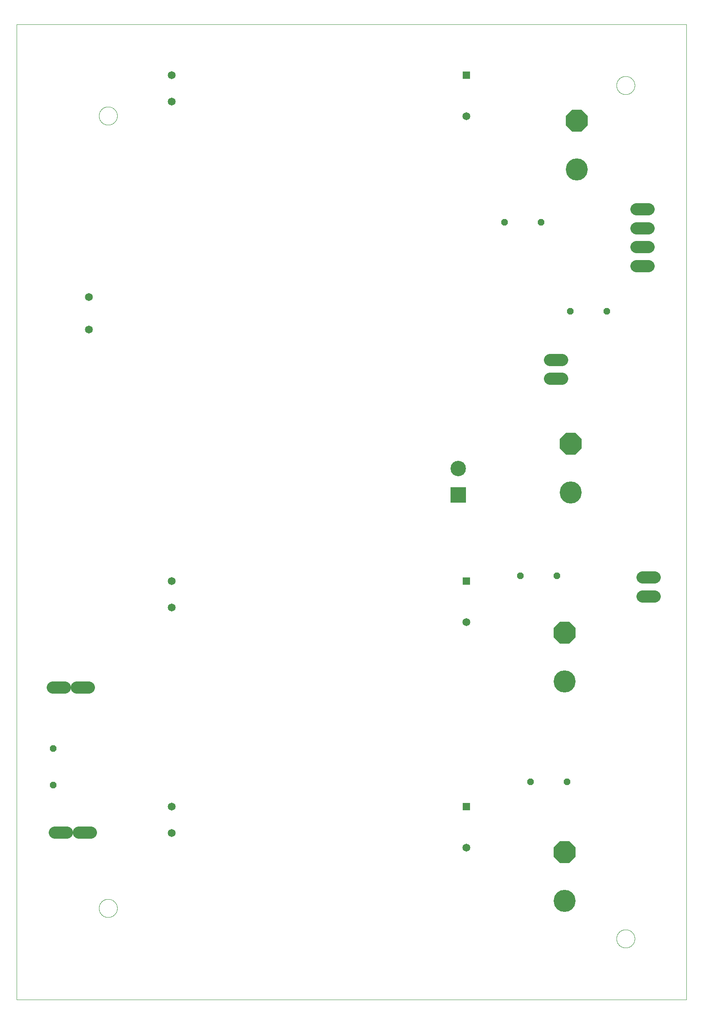
<source format=gtl>
G75*
%MOIN*%
%OFA0B0*%
%FSLAX25Y25*%
%IPPOS*%
%LPD*%
%AMOC8*
5,1,8,0,0,1.08239X$1,22.5*
%
%ADD10C,0.00000*%
%ADD11C,0.18100*%
%ADD12OC8,0.18100*%
%ADD13C,0.10000*%
%ADD14OC8,0.05200*%
%ADD15R,0.06496X0.06496*%
%ADD16C,0.06496*%
%ADD17R,0.12661X0.12661*%
%ADD18C,0.12661*%
%ADD19OC8,0.05600*%
%ADD20C,0.10039*%
D10*
X0008371Y0002800D02*
X0558371Y0002800D01*
X0558371Y0802800D01*
X0008371Y0802800D01*
X0008371Y0002800D01*
X0075896Y0077800D02*
X0075898Y0077983D01*
X0075905Y0078167D01*
X0075916Y0078350D01*
X0075932Y0078533D01*
X0075952Y0078715D01*
X0075977Y0078897D01*
X0076006Y0079078D01*
X0076040Y0079258D01*
X0076078Y0079438D01*
X0076120Y0079616D01*
X0076167Y0079794D01*
X0076218Y0079970D01*
X0076273Y0080145D01*
X0076333Y0080318D01*
X0076397Y0080490D01*
X0076465Y0080661D01*
X0076537Y0080829D01*
X0076614Y0080996D01*
X0076694Y0081161D01*
X0076779Y0081324D01*
X0076867Y0081484D01*
X0076959Y0081643D01*
X0077056Y0081799D01*
X0077156Y0081953D01*
X0077260Y0082104D01*
X0077367Y0082253D01*
X0077478Y0082399D01*
X0077593Y0082542D01*
X0077711Y0082682D01*
X0077832Y0082820D01*
X0077957Y0082954D01*
X0078085Y0083086D01*
X0078217Y0083214D01*
X0078351Y0083339D01*
X0078489Y0083460D01*
X0078629Y0083578D01*
X0078772Y0083693D01*
X0078918Y0083804D01*
X0079067Y0083911D01*
X0079218Y0084015D01*
X0079372Y0084115D01*
X0079528Y0084212D01*
X0079687Y0084304D01*
X0079847Y0084392D01*
X0080010Y0084477D01*
X0080175Y0084557D01*
X0080342Y0084634D01*
X0080510Y0084706D01*
X0080681Y0084774D01*
X0080853Y0084838D01*
X0081026Y0084898D01*
X0081201Y0084953D01*
X0081377Y0085004D01*
X0081555Y0085051D01*
X0081733Y0085093D01*
X0081913Y0085131D01*
X0082093Y0085165D01*
X0082274Y0085194D01*
X0082456Y0085219D01*
X0082638Y0085239D01*
X0082821Y0085255D01*
X0083004Y0085266D01*
X0083188Y0085273D01*
X0083371Y0085275D01*
X0083554Y0085273D01*
X0083738Y0085266D01*
X0083921Y0085255D01*
X0084104Y0085239D01*
X0084286Y0085219D01*
X0084468Y0085194D01*
X0084649Y0085165D01*
X0084829Y0085131D01*
X0085009Y0085093D01*
X0085187Y0085051D01*
X0085365Y0085004D01*
X0085541Y0084953D01*
X0085716Y0084898D01*
X0085889Y0084838D01*
X0086061Y0084774D01*
X0086232Y0084706D01*
X0086400Y0084634D01*
X0086567Y0084557D01*
X0086732Y0084477D01*
X0086895Y0084392D01*
X0087055Y0084304D01*
X0087214Y0084212D01*
X0087370Y0084115D01*
X0087524Y0084015D01*
X0087675Y0083911D01*
X0087824Y0083804D01*
X0087970Y0083693D01*
X0088113Y0083578D01*
X0088253Y0083460D01*
X0088391Y0083339D01*
X0088525Y0083214D01*
X0088657Y0083086D01*
X0088785Y0082954D01*
X0088910Y0082820D01*
X0089031Y0082682D01*
X0089149Y0082542D01*
X0089264Y0082399D01*
X0089375Y0082253D01*
X0089482Y0082104D01*
X0089586Y0081953D01*
X0089686Y0081799D01*
X0089783Y0081643D01*
X0089875Y0081484D01*
X0089963Y0081324D01*
X0090048Y0081161D01*
X0090128Y0080996D01*
X0090205Y0080829D01*
X0090277Y0080661D01*
X0090345Y0080490D01*
X0090409Y0080318D01*
X0090469Y0080145D01*
X0090524Y0079970D01*
X0090575Y0079794D01*
X0090622Y0079616D01*
X0090664Y0079438D01*
X0090702Y0079258D01*
X0090736Y0079078D01*
X0090765Y0078897D01*
X0090790Y0078715D01*
X0090810Y0078533D01*
X0090826Y0078350D01*
X0090837Y0078167D01*
X0090844Y0077983D01*
X0090846Y0077800D01*
X0090844Y0077617D01*
X0090837Y0077433D01*
X0090826Y0077250D01*
X0090810Y0077067D01*
X0090790Y0076885D01*
X0090765Y0076703D01*
X0090736Y0076522D01*
X0090702Y0076342D01*
X0090664Y0076162D01*
X0090622Y0075984D01*
X0090575Y0075806D01*
X0090524Y0075630D01*
X0090469Y0075455D01*
X0090409Y0075282D01*
X0090345Y0075110D01*
X0090277Y0074939D01*
X0090205Y0074771D01*
X0090128Y0074604D01*
X0090048Y0074439D01*
X0089963Y0074276D01*
X0089875Y0074116D01*
X0089783Y0073957D01*
X0089686Y0073801D01*
X0089586Y0073647D01*
X0089482Y0073496D01*
X0089375Y0073347D01*
X0089264Y0073201D01*
X0089149Y0073058D01*
X0089031Y0072918D01*
X0088910Y0072780D01*
X0088785Y0072646D01*
X0088657Y0072514D01*
X0088525Y0072386D01*
X0088391Y0072261D01*
X0088253Y0072140D01*
X0088113Y0072022D01*
X0087970Y0071907D01*
X0087824Y0071796D01*
X0087675Y0071689D01*
X0087524Y0071585D01*
X0087370Y0071485D01*
X0087214Y0071388D01*
X0087055Y0071296D01*
X0086895Y0071208D01*
X0086732Y0071123D01*
X0086567Y0071043D01*
X0086400Y0070966D01*
X0086232Y0070894D01*
X0086061Y0070826D01*
X0085889Y0070762D01*
X0085716Y0070702D01*
X0085541Y0070647D01*
X0085365Y0070596D01*
X0085187Y0070549D01*
X0085009Y0070507D01*
X0084829Y0070469D01*
X0084649Y0070435D01*
X0084468Y0070406D01*
X0084286Y0070381D01*
X0084104Y0070361D01*
X0083921Y0070345D01*
X0083738Y0070334D01*
X0083554Y0070327D01*
X0083371Y0070325D01*
X0083188Y0070327D01*
X0083004Y0070334D01*
X0082821Y0070345D01*
X0082638Y0070361D01*
X0082456Y0070381D01*
X0082274Y0070406D01*
X0082093Y0070435D01*
X0081913Y0070469D01*
X0081733Y0070507D01*
X0081555Y0070549D01*
X0081377Y0070596D01*
X0081201Y0070647D01*
X0081026Y0070702D01*
X0080853Y0070762D01*
X0080681Y0070826D01*
X0080510Y0070894D01*
X0080342Y0070966D01*
X0080175Y0071043D01*
X0080010Y0071123D01*
X0079847Y0071208D01*
X0079687Y0071296D01*
X0079528Y0071388D01*
X0079372Y0071485D01*
X0079218Y0071585D01*
X0079067Y0071689D01*
X0078918Y0071796D01*
X0078772Y0071907D01*
X0078629Y0072022D01*
X0078489Y0072140D01*
X0078351Y0072261D01*
X0078217Y0072386D01*
X0078085Y0072514D01*
X0077957Y0072646D01*
X0077832Y0072780D01*
X0077711Y0072918D01*
X0077593Y0073058D01*
X0077478Y0073201D01*
X0077367Y0073347D01*
X0077260Y0073496D01*
X0077156Y0073647D01*
X0077056Y0073801D01*
X0076959Y0073957D01*
X0076867Y0074116D01*
X0076779Y0074276D01*
X0076694Y0074439D01*
X0076614Y0074604D01*
X0076537Y0074771D01*
X0076465Y0074939D01*
X0076397Y0075110D01*
X0076333Y0075282D01*
X0076273Y0075455D01*
X0076218Y0075630D01*
X0076167Y0075806D01*
X0076120Y0075984D01*
X0076078Y0076162D01*
X0076040Y0076342D01*
X0076006Y0076522D01*
X0075977Y0076703D01*
X0075952Y0076885D01*
X0075932Y0077067D01*
X0075916Y0077250D01*
X0075905Y0077433D01*
X0075898Y0077617D01*
X0075896Y0077800D01*
X0500896Y0052800D02*
X0500898Y0052983D01*
X0500905Y0053167D01*
X0500916Y0053350D01*
X0500932Y0053533D01*
X0500952Y0053715D01*
X0500977Y0053897D01*
X0501006Y0054078D01*
X0501040Y0054258D01*
X0501078Y0054438D01*
X0501120Y0054616D01*
X0501167Y0054794D01*
X0501218Y0054970D01*
X0501273Y0055145D01*
X0501333Y0055318D01*
X0501397Y0055490D01*
X0501465Y0055661D01*
X0501537Y0055829D01*
X0501614Y0055996D01*
X0501694Y0056161D01*
X0501779Y0056324D01*
X0501867Y0056484D01*
X0501959Y0056643D01*
X0502056Y0056799D01*
X0502156Y0056953D01*
X0502260Y0057104D01*
X0502367Y0057253D01*
X0502478Y0057399D01*
X0502593Y0057542D01*
X0502711Y0057682D01*
X0502832Y0057820D01*
X0502957Y0057954D01*
X0503085Y0058086D01*
X0503217Y0058214D01*
X0503351Y0058339D01*
X0503489Y0058460D01*
X0503629Y0058578D01*
X0503772Y0058693D01*
X0503918Y0058804D01*
X0504067Y0058911D01*
X0504218Y0059015D01*
X0504372Y0059115D01*
X0504528Y0059212D01*
X0504687Y0059304D01*
X0504847Y0059392D01*
X0505010Y0059477D01*
X0505175Y0059557D01*
X0505342Y0059634D01*
X0505510Y0059706D01*
X0505681Y0059774D01*
X0505853Y0059838D01*
X0506026Y0059898D01*
X0506201Y0059953D01*
X0506377Y0060004D01*
X0506555Y0060051D01*
X0506733Y0060093D01*
X0506913Y0060131D01*
X0507093Y0060165D01*
X0507274Y0060194D01*
X0507456Y0060219D01*
X0507638Y0060239D01*
X0507821Y0060255D01*
X0508004Y0060266D01*
X0508188Y0060273D01*
X0508371Y0060275D01*
X0508554Y0060273D01*
X0508738Y0060266D01*
X0508921Y0060255D01*
X0509104Y0060239D01*
X0509286Y0060219D01*
X0509468Y0060194D01*
X0509649Y0060165D01*
X0509829Y0060131D01*
X0510009Y0060093D01*
X0510187Y0060051D01*
X0510365Y0060004D01*
X0510541Y0059953D01*
X0510716Y0059898D01*
X0510889Y0059838D01*
X0511061Y0059774D01*
X0511232Y0059706D01*
X0511400Y0059634D01*
X0511567Y0059557D01*
X0511732Y0059477D01*
X0511895Y0059392D01*
X0512055Y0059304D01*
X0512214Y0059212D01*
X0512370Y0059115D01*
X0512524Y0059015D01*
X0512675Y0058911D01*
X0512824Y0058804D01*
X0512970Y0058693D01*
X0513113Y0058578D01*
X0513253Y0058460D01*
X0513391Y0058339D01*
X0513525Y0058214D01*
X0513657Y0058086D01*
X0513785Y0057954D01*
X0513910Y0057820D01*
X0514031Y0057682D01*
X0514149Y0057542D01*
X0514264Y0057399D01*
X0514375Y0057253D01*
X0514482Y0057104D01*
X0514586Y0056953D01*
X0514686Y0056799D01*
X0514783Y0056643D01*
X0514875Y0056484D01*
X0514963Y0056324D01*
X0515048Y0056161D01*
X0515128Y0055996D01*
X0515205Y0055829D01*
X0515277Y0055661D01*
X0515345Y0055490D01*
X0515409Y0055318D01*
X0515469Y0055145D01*
X0515524Y0054970D01*
X0515575Y0054794D01*
X0515622Y0054616D01*
X0515664Y0054438D01*
X0515702Y0054258D01*
X0515736Y0054078D01*
X0515765Y0053897D01*
X0515790Y0053715D01*
X0515810Y0053533D01*
X0515826Y0053350D01*
X0515837Y0053167D01*
X0515844Y0052983D01*
X0515846Y0052800D01*
X0515844Y0052617D01*
X0515837Y0052433D01*
X0515826Y0052250D01*
X0515810Y0052067D01*
X0515790Y0051885D01*
X0515765Y0051703D01*
X0515736Y0051522D01*
X0515702Y0051342D01*
X0515664Y0051162D01*
X0515622Y0050984D01*
X0515575Y0050806D01*
X0515524Y0050630D01*
X0515469Y0050455D01*
X0515409Y0050282D01*
X0515345Y0050110D01*
X0515277Y0049939D01*
X0515205Y0049771D01*
X0515128Y0049604D01*
X0515048Y0049439D01*
X0514963Y0049276D01*
X0514875Y0049116D01*
X0514783Y0048957D01*
X0514686Y0048801D01*
X0514586Y0048647D01*
X0514482Y0048496D01*
X0514375Y0048347D01*
X0514264Y0048201D01*
X0514149Y0048058D01*
X0514031Y0047918D01*
X0513910Y0047780D01*
X0513785Y0047646D01*
X0513657Y0047514D01*
X0513525Y0047386D01*
X0513391Y0047261D01*
X0513253Y0047140D01*
X0513113Y0047022D01*
X0512970Y0046907D01*
X0512824Y0046796D01*
X0512675Y0046689D01*
X0512524Y0046585D01*
X0512370Y0046485D01*
X0512214Y0046388D01*
X0512055Y0046296D01*
X0511895Y0046208D01*
X0511732Y0046123D01*
X0511567Y0046043D01*
X0511400Y0045966D01*
X0511232Y0045894D01*
X0511061Y0045826D01*
X0510889Y0045762D01*
X0510716Y0045702D01*
X0510541Y0045647D01*
X0510365Y0045596D01*
X0510187Y0045549D01*
X0510009Y0045507D01*
X0509829Y0045469D01*
X0509649Y0045435D01*
X0509468Y0045406D01*
X0509286Y0045381D01*
X0509104Y0045361D01*
X0508921Y0045345D01*
X0508738Y0045334D01*
X0508554Y0045327D01*
X0508371Y0045325D01*
X0508188Y0045327D01*
X0508004Y0045334D01*
X0507821Y0045345D01*
X0507638Y0045361D01*
X0507456Y0045381D01*
X0507274Y0045406D01*
X0507093Y0045435D01*
X0506913Y0045469D01*
X0506733Y0045507D01*
X0506555Y0045549D01*
X0506377Y0045596D01*
X0506201Y0045647D01*
X0506026Y0045702D01*
X0505853Y0045762D01*
X0505681Y0045826D01*
X0505510Y0045894D01*
X0505342Y0045966D01*
X0505175Y0046043D01*
X0505010Y0046123D01*
X0504847Y0046208D01*
X0504687Y0046296D01*
X0504528Y0046388D01*
X0504372Y0046485D01*
X0504218Y0046585D01*
X0504067Y0046689D01*
X0503918Y0046796D01*
X0503772Y0046907D01*
X0503629Y0047022D01*
X0503489Y0047140D01*
X0503351Y0047261D01*
X0503217Y0047386D01*
X0503085Y0047514D01*
X0502957Y0047646D01*
X0502832Y0047780D01*
X0502711Y0047918D01*
X0502593Y0048058D01*
X0502478Y0048201D01*
X0502367Y0048347D01*
X0502260Y0048496D01*
X0502156Y0048647D01*
X0502056Y0048801D01*
X0501959Y0048957D01*
X0501867Y0049116D01*
X0501779Y0049276D01*
X0501694Y0049439D01*
X0501614Y0049604D01*
X0501537Y0049771D01*
X0501465Y0049939D01*
X0501397Y0050110D01*
X0501333Y0050282D01*
X0501273Y0050455D01*
X0501218Y0050630D01*
X0501167Y0050806D01*
X0501120Y0050984D01*
X0501078Y0051162D01*
X0501040Y0051342D01*
X0501006Y0051522D01*
X0500977Y0051703D01*
X0500952Y0051885D01*
X0500932Y0052067D01*
X0500916Y0052250D01*
X0500905Y0052433D01*
X0500898Y0052617D01*
X0500896Y0052800D01*
X0075896Y0727800D02*
X0075898Y0727983D01*
X0075905Y0728167D01*
X0075916Y0728350D01*
X0075932Y0728533D01*
X0075952Y0728715D01*
X0075977Y0728897D01*
X0076006Y0729078D01*
X0076040Y0729258D01*
X0076078Y0729438D01*
X0076120Y0729616D01*
X0076167Y0729794D01*
X0076218Y0729970D01*
X0076273Y0730145D01*
X0076333Y0730318D01*
X0076397Y0730490D01*
X0076465Y0730661D01*
X0076537Y0730829D01*
X0076614Y0730996D01*
X0076694Y0731161D01*
X0076779Y0731324D01*
X0076867Y0731484D01*
X0076959Y0731643D01*
X0077056Y0731799D01*
X0077156Y0731953D01*
X0077260Y0732104D01*
X0077367Y0732253D01*
X0077478Y0732399D01*
X0077593Y0732542D01*
X0077711Y0732682D01*
X0077832Y0732820D01*
X0077957Y0732954D01*
X0078085Y0733086D01*
X0078217Y0733214D01*
X0078351Y0733339D01*
X0078489Y0733460D01*
X0078629Y0733578D01*
X0078772Y0733693D01*
X0078918Y0733804D01*
X0079067Y0733911D01*
X0079218Y0734015D01*
X0079372Y0734115D01*
X0079528Y0734212D01*
X0079687Y0734304D01*
X0079847Y0734392D01*
X0080010Y0734477D01*
X0080175Y0734557D01*
X0080342Y0734634D01*
X0080510Y0734706D01*
X0080681Y0734774D01*
X0080853Y0734838D01*
X0081026Y0734898D01*
X0081201Y0734953D01*
X0081377Y0735004D01*
X0081555Y0735051D01*
X0081733Y0735093D01*
X0081913Y0735131D01*
X0082093Y0735165D01*
X0082274Y0735194D01*
X0082456Y0735219D01*
X0082638Y0735239D01*
X0082821Y0735255D01*
X0083004Y0735266D01*
X0083188Y0735273D01*
X0083371Y0735275D01*
X0083554Y0735273D01*
X0083738Y0735266D01*
X0083921Y0735255D01*
X0084104Y0735239D01*
X0084286Y0735219D01*
X0084468Y0735194D01*
X0084649Y0735165D01*
X0084829Y0735131D01*
X0085009Y0735093D01*
X0085187Y0735051D01*
X0085365Y0735004D01*
X0085541Y0734953D01*
X0085716Y0734898D01*
X0085889Y0734838D01*
X0086061Y0734774D01*
X0086232Y0734706D01*
X0086400Y0734634D01*
X0086567Y0734557D01*
X0086732Y0734477D01*
X0086895Y0734392D01*
X0087055Y0734304D01*
X0087214Y0734212D01*
X0087370Y0734115D01*
X0087524Y0734015D01*
X0087675Y0733911D01*
X0087824Y0733804D01*
X0087970Y0733693D01*
X0088113Y0733578D01*
X0088253Y0733460D01*
X0088391Y0733339D01*
X0088525Y0733214D01*
X0088657Y0733086D01*
X0088785Y0732954D01*
X0088910Y0732820D01*
X0089031Y0732682D01*
X0089149Y0732542D01*
X0089264Y0732399D01*
X0089375Y0732253D01*
X0089482Y0732104D01*
X0089586Y0731953D01*
X0089686Y0731799D01*
X0089783Y0731643D01*
X0089875Y0731484D01*
X0089963Y0731324D01*
X0090048Y0731161D01*
X0090128Y0730996D01*
X0090205Y0730829D01*
X0090277Y0730661D01*
X0090345Y0730490D01*
X0090409Y0730318D01*
X0090469Y0730145D01*
X0090524Y0729970D01*
X0090575Y0729794D01*
X0090622Y0729616D01*
X0090664Y0729438D01*
X0090702Y0729258D01*
X0090736Y0729078D01*
X0090765Y0728897D01*
X0090790Y0728715D01*
X0090810Y0728533D01*
X0090826Y0728350D01*
X0090837Y0728167D01*
X0090844Y0727983D01*
X0090846Y0727800D01*
X0090844Y0727617D01*
X0090837Y0727433D01*
X0090826Y0727250D01*
X0090810Y0727067D01*
X0090790Y0726885D01*
X0090765Y0726703D01*
X0090736Y0726522D01*
X0090702Y0726342D01*
X0090664Y0726162D01*
X0090622Y0725984D01*
X0090575Y0725806D01*
X0090524Y0725630D01*
X0090469Y0725455D01*
X0090409Y0725282D01*
X0090345Y0725110D01*
X0090277Y0724939D01*
X0090205Y0724771D01*
X0090128Y0724604D01*
X0090048Y0724439D01*
X0089963Y0724276D01*
X0089875Y0724116D01*
X0089783Y0723957D01*
X0089686Y0723801D01*
X0089586Y0723647D01*
X0089482Y0723496D01*
X0089375Y0723347D01*
X0089264Y0723201D01*
X0089149Y0723058D01*
X0089031Y0722918D01*
X0088910Y0722780D01*
X0088785Y0722646D01*
X0088657Y0722514D01*
X0088525Y0722386D01*
X0088391Y0722261D01*
X0088253Y0722140D01*
X0088113Y0722022D01*
X0087970Y0721907D01*
X0087824Y0721796D01*
X0087675Y0721689D01*
X0087524Y0721585D01*
X0087370Y0721485D01*
X0087214Y0721388D01*
X0087055Y0721296D01*
X0086895Y0721208D01*
X0086732Y0721123D01*
X0086567Y0721043D01*
X0086400Y0720966D01*
X0086232Y0720894D01*
X0086061Y0720826D01*
X0085889Y0720762D01*
X0085716Y0720702D01*
X0085541Y0720647D01*
X0085365Y0720596D01*
X0085187Y0720549D01*
X0085009Y0720507D01*
X0084829Y0720469D01*
X0084649Y0720435D01*
X0084468Y0720406D01*
X0084286Y0720381D01*
X0084104Y0720361D01*
X0083921Y0720345D01*
X0083738Y0720334D01*
X0083554Y0720327D01*
X0083371Y0720325D01*
X0083188Y0720327D01*
X0083004Y0720334D01*
X0082821Y0720345D01*
X0082638Y0720361D01*
X0082456Y0720381D01*
X0082274Y0720406D01*
X0082093Y0720435D01*
X0081913Y0720469D01*
X0081733Y0720507D01*
X0081555Y0720549D01*
X0081377Y0720596D01*
X0081201Y0720647D01*
X0081026Y0720702D01*
X0080853Y0720762D01*
X0080681Y0720826D01*
X0080510Y0720894D01*
X0080342Y0720966D01*
X0080175Y0721043D01*
X0080010Y0721123D01*
X0079847Y0721208D01*
X0079687Y0721296D01*
X0079528Y0721388D01*
X0079372Y0721485D01*
X0079218Y0721585D01*
X0079067Y0721689D01*
X0078918Y0721796D01*
X0078772Y0721907D01*
X0078629Y0722022D01*
X0078489Y0722140D01*
X0078351Y0722261D01*
X0078217Y0722386D01*
X0078085Y0722514D01*
X0077957Y0722646D01*
X0077832Y0722780D01*
X0077711Y0722918D01*
X0077593Y0723058D01*
X0077478Y0723201D01*
X0077367Y0723347D01*
X0077260Y0723496D01*
X0077156Y0723647D01*
X0077056Y0723801D01*
X0076959Y0723957D01*
X0076867Y0724116D01*
X0076779Y0724276D01*
X0076694Y0724439D01*
X0076614Y0724604D01*
X0076537Y0724771D01*
X0076465Y0724939D01*
X0076397Y0725110D01*
X0076333Y0725282D01*
X0076273Y0725455D01*
X0076218Y0725630D01*
X0076167Y0725806D01*
X0076120Y0725984D01*
X0076078Y0726162D01*
X0076040Y0726342D01*
X0076006Y0726522D01*
X0075977Y0726703D01*
X0075952Y0726885D01*
X0075932Y0727067D01*
X0075916Y0727250D01*
X0075905Y0727433D01*
X0075898Y0727617D01*
X0075896Y0727800D01*
X0500896Y0752800D02*
X0500898Y0752983D01*
X0500905Y0753167D01*
X0500916Y0753350D01*
X0500932Y0753533D01*
X0500952Y0753715D01*
X0500977Y0753897D01*
X0501006Y0754078D01*
X0501040Y0754258D01*
X0501078Y0754438D01*
X0501120Y0754616D01*
X0501167Y0754794D01*
X0501218Y0754970D01*
X0501273Y0755145D01*
X0501333Y0755318D01*
X0501397Y0755490D01*
X0501465Y0755661D01*
X0501537Y0755829D01*
X0501614Y0755996D01*
X0501694Y0756161D01*
X0501779Y0756324D01*
X0501867Y0756484D01*
X0501959Y0756643D01*
X0502056Y0756799D01*
X0502156Y0756953D01*
X0502260Y0757104D01*
X0502367Y0757253D01*
X0502478Y0757399D01*
X0502593Y0757542D01*
X0502711Y0757682D01*
X0502832Y0757820D01*
X0502957Y0757954D01*
X0503085Y0758086D01*
X0503217Y0758214D01*
X0503351Y0758339D01*
X0503489Y0758460D01*
X0503629Y0758578D01*
X0503772Y0758693D01*
X0503918Y0758804D01*
X0504067Y0758911D01*
X0504218Y0759015D01*
X0504372Y0759115D01*
X0504528Y0759212D01*
X0504687Y0759304D01*
X0504847Y0759392D01*
X0505010Y0759477D01*
X0505175Y0759557D01*
X0505342Y0759634D01*
X0505510Y0759706D01*
X0505681Y0759774D01*
X0505853Y0759838D01*
X0506026Y0759898D01*
X0506201Y0759953D01*
X0506377Y0760004D01*
X0506555Y0760051D01*
X0506733Y0760093D01*
X0506913Y0760131D01*
X0507093Y0760165D01*
X0507274Y0760194D01*
X0507456Y0760219D01*
X0507638Y0760239D01*
X0507821Y0760255D01*
X0508004Y0760266D01*
X0508188Y0760273D01*
X0508371Y0760275D01*
X0508554Y0760273D01*
X0508738Y0760266D01*
X0508921Y0760255D01*
X0509104Y0760239D01*
X0509286Y0760219D01*
X0509468Y0760194D01*
X0509649Y0760165D01*
X0509829Y0760131D01*
X0510009Y0760093D01*
X0510187Y0760051D01*
X0510365Y0760004D01*
X0510541Y0759953D01*
X0510716Y0759898D01*
X0510889Y0759838D01*
X0511061Y0759774D01*
X0511232Y0759706D01*
X0511400Y0759634D01*
X0511567Y0759557D01*
X0511732Y0759477D01*
X0511895Y0759392D01*
X0512055Y0759304D01*
X0512214Y0759212D01*
X0512370Y0759115D01*
X0512524Y0759015D01*
X0512675Y0758911D01*
X0512824Y0758804D01*
X0512970Y0758693D01*
X0513113Y0758578D01*
X0513253Y0758460D01*
X0513391Y0758339D01*
X0513525Y0758214D01*
X0513657Y0758086D01*
X0513785Y0757954D01*
X0513910Y0757820D01*
X0514031Y0757682D01*
X0514149Y0757542D01*
X0514264Y0757399D01*
X0514375Y0757253D01*
X0514482Y0757104D01*
X0514586Y0756953D01*
X0514686Y0756799D01*
X0514783Y0756643D01*
X0514875Y0756484D01*
X0514963Y0756324D01*
X0515048Y0756161D01*
X0515128Y0755996D01*
X0515205Y0755829D01*
X0515277Y0755661D01*
X0515345Y0755490D01*
X0515409Y0755318D01*
X0515469Y0755145D01*
X0515524Y0754970D01*
X0515575Y0754794D01*
X0515622Y0754616D01*
X0515664Y0754438D01*
X0515702Y0754258D01*
X0515736Y0754078D01*
X0515765Y0753897D01*
X0515790Y0753715D01*
X0515810Y0753533D01*
X0515826Y0753350D01*
X0515837Y0753167D01*
X0515844Y0752983D01*
X0515846Y0752800D01*
X0515844Y0752617D01*
X0515837Y0752433D01*
X0515826Y0752250D01*
X0515810Y0752067D01*
X0515790Y0751885D01*
X0515765Y0751703D01*
X0515736Y0751522D01*
X0515702Y0751342D01*
X0515664Y0751162D01*
X0515622Y0750984D01*
X0515575Y0750806D01*
X0515524Y0750630D01*
X0515469Y0750455D01*
X0515409Y0750282D01*
X0515345Y0750110D01*
X0515277Y0749939D01*
X0515205Y0749771D01*
X0515128Y0749604D01*
X0515048Y0749439D01*
X0514963Y0749276D01*
X0514875Y0749116D01*
X0514783Y0748957D01*
X0514686Y0748801D01*
X0514586Y0748647D01*
X0514482Y0748496D01*
X0514375Y0748347D01*
X0514264Y0748201D01*
X0514149Y0748058D01*
X0514031Y0747918D01*
X0513910Y0747780D01*
X0513785Y0747646D01*
X0513657Y0747514D01*
X0513525Y0747386D01*
X0513391Y0747261D01*
X0513253Y0747140D01*
X0513113Y0747022D01*
X0512970Y0746907D01*
X0512824Y0746796D01*
X0512675Y0746689D01*
X0512524Y0746585D01*
X0512370Y0746485D01*
X0512214Y0746388D01*
X0512055Y0746296D01*
X0511895Y0746208D01*
X0511732Y0746123D01*
X0511567Y0746043D01*
X0511400Y0745966D01*
X0511232Y0745894D01*
X0511061Y0745826D01*
X0510889Y0745762D01*
X0510716Y0745702D01*
X0510541Y0745647D01*
X0510365Y0745596D01*
X0510187Y0745549D01*
X0510009Y0745507D01*
X0509829Y0745469D01*
X0509649Y0745435D01*
X0509468Y0745406D01*
X0509286Y0745381D01*
X0509104Y0745361D01*
X0508921Y0745345D01*
X0508738Y0745334D01*
X0508554Y0745327D01*
X0508371Y0745325D01*
X0508188Y0745327D01*
X0508004Y0745334D01*
X0507821Y0745345D01*
X0507638Y0745361D01*
X0507456Y0745381D01*
X0507274Y0745406D01*
X0507093Y0745435D01*
X0506913Y0745469D01*
X0506733Y0745507D01*
X0506555Y0745549D01*
X0506377Y0745596D01*
X0506201Y0745647D01*
X0506026Y0745702D01*
X0505853Y0745762D01*
X0505681Y0745826D01*
X0505510Y0745894D01*
X0505342Y0745966D01*
X0505175Y0746043D01*
X0505010Y0746123D01*
X0504847Y0746208D01*
X0504687Y0746296D01*
X0504528Y0746388D01*
X0504372Y0746485D01*
X0504218Y0746585D01*
X0504067Y0746689D01*
X0503918Y0746796D01*
X0503772Y0746907D01*
X0503629Y0747022D01*
X0503489Y0747140D01*
X0503351Y0747261D01*
X0503217Y0747386D01*
X0503085Y0747514D01*
X0502957Y0747646D01*
X0502832Y0747780D01*
X0502711Y0747918D01*
X0502593Y0748058D01*
X0502478Y0748201D01*
X0502367Y0748347D01*
X0502260Y0748496D01*
X0502156Y0748647D01*
X0502056Y0748801D01*
X0501959Y0748957D01*
X0501867Y0749116D01*
X0501779Y0749276D01*
X0501694Y0749439D01*
X0501614Y0749604D01*
X0501537Y0749771D01*
X0501465Y0749939D01*
X0501397Y0750110D01*
X0501333Y0750282D01*
X0501273Y0750455D01*
X0501218Y0750630D01*
X0501167Y0750806D01*
X0501120Y0750984D01*
X0501078Y0751162D01*
X0501040Y0751342D01*
X0501006Y0751522D01*
X0500977Y0751703D01*
X0500952Y0751885D01*
X0500932Y0752067D01*
X0500916Y0752250D01*
X0500905Y0752433D01*
X0500898Y0752617D01*
X0500896Y0752800D01*
D11*
X0468371Y0683800D03*
X0463371Y0418800D03*
X0458371Y0263800D03*
X0458371Y0083800D03*
D12*
X0458371Y0123800D03*
X0458371Y0303800D03*
X0463371Y0458800D03*
X0468371Y0723800D03*
D13*
X0067713Y0258800D02*
X0057713Y0258800D01*
X0048028Y0258800D02*
X0038028Y0258800D01*
X0039528Y0139800D02*
X0049528Y0139800D01*
X0059213Y0139800D02*
X0069213Y0139800D01*
D14*
X0038371Y0178800D03*
X0038371Y0208800D03*
D15*
X0377623Y0161083D03*
X0377623Y0346083D03*
X0377623Y0761083D03*
D16*
X0377623Y0727619D03*
X0135497Y0739430D03*
X0135497Y0761083D03*
X0067780Y0579115D03*
X0067780Y0552540D03*
X0135497Y0346083D03*
X0135497Y0324430D03*
X0135497Y0161083D03*
X0135497Y0139430D03*
X0377623Y0127619D03*
X0377623Y0312619D03*
D17*
X0370930Y0416713D03*
D18*
X0370930Y0438367D03*
D19*
X0421871Y0350300D03*
X0451871Y0350300D03*
X0460371Y0181300D03*
X0430371Y0181300D03*
X0462871Y0567300D03*
X0492871Y0567300D03*
X0438871Y0640300D03*
X0408871Y0640300D03*
D20*
X0446351Y0527595D02*
X0456391Y0527595D01*
X0456391Y0512005D02*
X0446351Y0512005D01*
X0517351Y0604414D02*
X0527391Y0604414D01*
X0527391Y0620005D02*
X0517351Y0620005D01*
X0517351Y0635595D02*
X0527391Y0635595D01*
X0527391Y0651186D02*
X0517351Y0651186D01*
X0522351Y0349095D02*
X0532391Y0349095D01*
X0532391Y0333505D02*
X0522351Y0333505D01*
M02*

</source>
